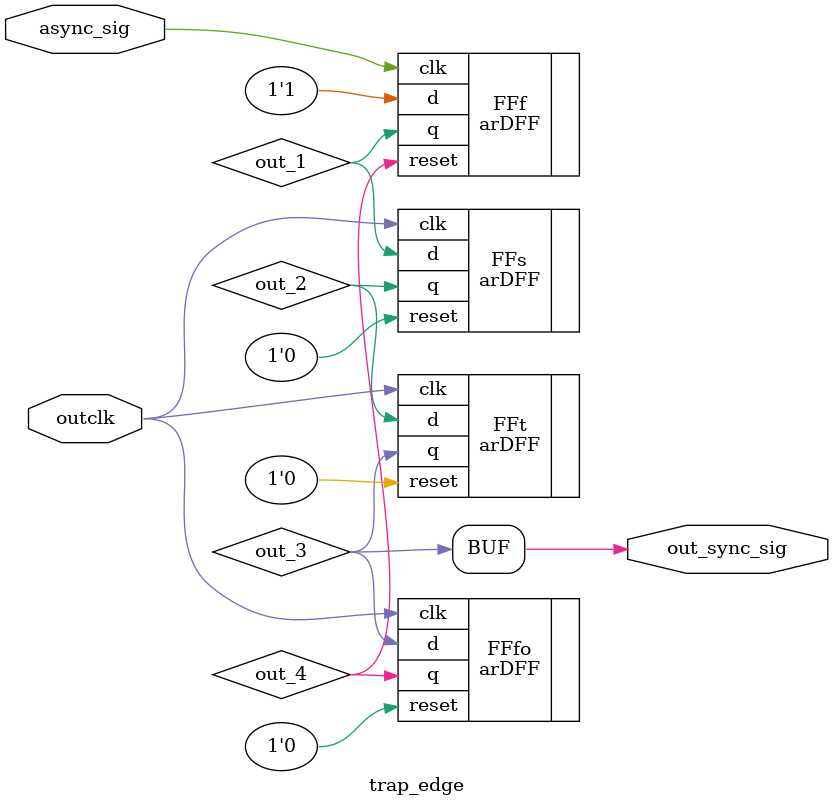
<source format=sv>
module trap_edge (input logic async_sig, 
                  input logic outclk, 
                  output logic out_sync_sig);

logic out_1;
logic out_2;
logic out_3;
logic out_4;

arDFF #(.N(1)) FFf(.clk(async_sig),.reset(out_4), .d(1'b1), .q(out_1));
arDFF #(.N(1)) FFs(.clk(outclk),.reset(1'b0), .d(out_1), .q(out_2));
arDFF #(.N(1)) FFt(.clk(outclk),.reset(1'b0), .d(out_2), .q(out_3));
arDFF #(.N(1)) FFfo(.clk(outclk),.reset(1'b0), .d(out_3), .q(out_4));

assign out_sync_sig = out_3 ;

endmodule
</source>
